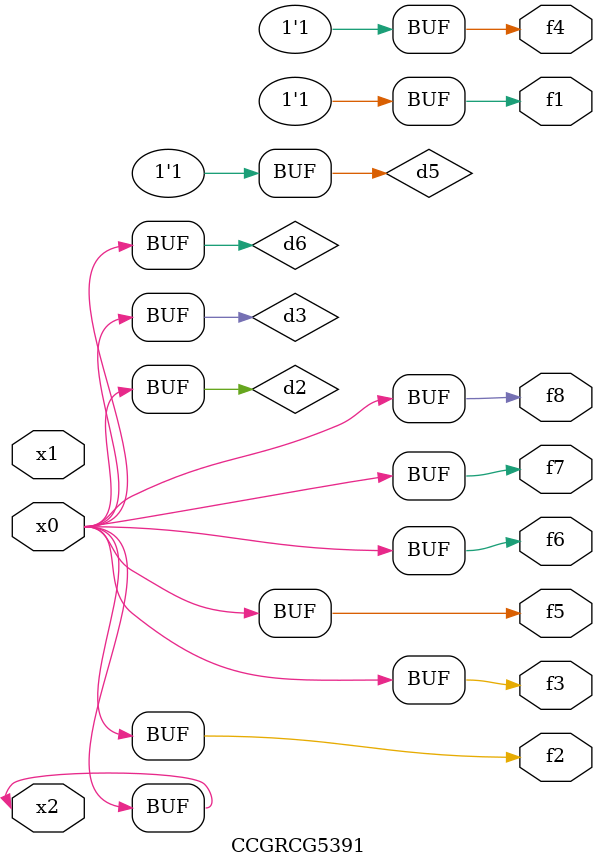
<source format=v>
module CCGRCG5391(
	input x0, x1, x2,
	output f1, f2, f3, f4, f5, f6, f7, f8
);

	wire d1, d2, d3, d4, d5, d6;

	xnor (d1, x2);
	buf (d2, x0, x2);
	and (d3, x0);
	xnor (d4, x1, x2);
	nand (d5, d1, d3);
	buf (d6, d2, d3);
	assign f1 = d5;
	assign f2 = d6;
	assign f3 = d6;
	assign f4 = d5;
	assign f5 = d6;
	assign f6 = d6;
	assign f7 = d6;
	assign f8 = d6;
endmodule

</source>
